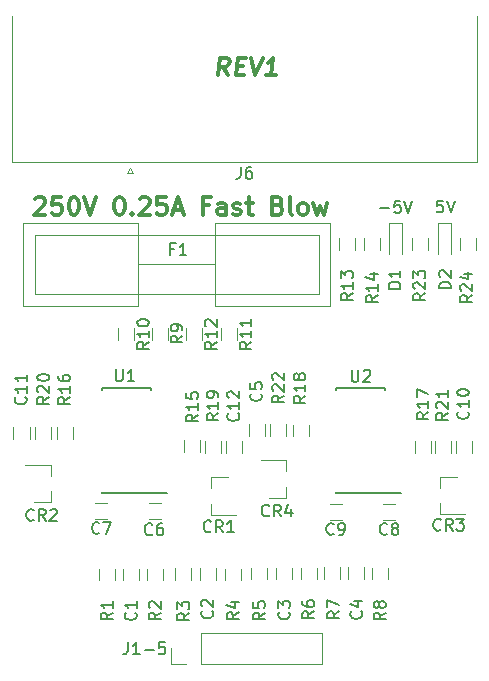
<source format=gbr>
G04 #@! TF.GenerationSoftware,KiCad,Pcbnew,(5.1.4)-1*
G04 #@! TF.CreationDate,2021-07-27T11:29:55-04:00*
G04 #@! TF.ProjectId,9000 Clock Module,39303030-2043-46c6-9f63-6b204d6f6475,rev?*
G04 #@! TF.SameCoordinates,Original*
G04 #@! TF.FileFunction,Legend,Top*
G04 #@! TF.FilePolarity,Positive*
%FSLAX46Y46*%
G04 Gerber Fmt 4.6, Leading zero omitted, Abs format (unit mm)*
G04 Created by KiCad (PCBNEW (5.1.4)-1) date 2021-07-27 11:29:55*
%MOMM*%
%LPD*%
G04 APERTURE LIST*
%ADD10C,0.300000*%
%ADD11C,0.200000*%
%ADD12C,0.120000*%
%ADD13C,0.150000*%
G04 APERTURE END LIST*
D10*
X109282500Y-37238571D02*
X108871785Y-36524285D01*
X108425357Y-37238571D02*
X108612857Y-35738571D01*
X109184285Y-35738571D01*
X109318214Y-35810000D01*
X109380714Y-35881428D01*
X109434285Y-36024285D01*
X109407500Y-36238571D01*
X109318214Y-36381428D01*
X109237857Y-36452857D01*
X109086071Y-36524285D01*
X108514642Y-36524285D01*
X110023571Y-36452857D02*
X110523571Y-36452857D01*
X110639642Y-37238571D02*
X109925357Y-37238571D01*
X110112857Y-35738571D01*
X110827142Y-35738571D01*
X111255714Y-35738571D02*
X111568214Y-37238571D01*
X112255714Y-35738571D01*
X113353928Y-37238571D02*
X112496785Y-37238571D01*
X112925357Y-37238571D02*
X113112857Y-35738571D01*
X112943214Y-35952857D01*
X112782500Y-36095714D01*
X112630714Y-36167142D01*
X92948571Y-47671428D02*
X93019999Y-47600000D01*
X93162857Y-47528571D01*
X93519999Y-47528571D01*
X93662857Y-47600000D01*
X93734285Y-47671428D01*
X93805714Y-47814285D01*
X93805714Y-47957142D01*
X93734285Y-48171428D01*
X92877142Y-49028571D01*
X93805714Y-49028571D01*
X95162857Y-47528571D02*
X94448571Y-47528571D01*
X94377142Y-48242857D01*
X94448571Y-48171428D01*
X94591428Y-48100000D01*
X94948571Y-48100000D01*
X95091428Y-48171428D01*
X95162857Y-48242857D01*
X95234285Y-48385714D01*
X95234285Y-48742857D01*
X95162857Y-48885714D01*
X95091428Y-48957142D01*
X94948571Y-49028571D01*
X94591428Y-49028571D01*
X94448571Y-48957142D01*
X94377142Y-48885714D01*
X96162857Y-47528571D02*
X96305714Y-47528571D01*
X96448571Y-47600000D01*
X96519999Y-47671428D01*
X96591428Y-47814285D01*
X96662857Y-48100000D01*
X96662857Y-48457142D01*
X96591428Y-48742857D01*
X96519999Y-48885714D01*
X96448571Y-48957142D01*
X96305714Y-49028571D01*
X96162857Y-49028571D01*
X96019999Y-48957142D01*
X95948571Y-48885714D01*
X95877142Y-48742857D01*
X95805714Y-48457142D01*
X95805714Y-48100000D01*
X95877142Y-47814285D01*
X95948571Y-47671428D01*
X96019999Y-47600000D01*
X96162857Y-47528571D01*
X97091428Y-47528571D02*
X97591428Y-49028571D01*
X98091428Y-47528571D01*
X100019999Y-47528571D02*
X100162857Y-47528571D01*
X100305714Y-47600000D01*
X100377142Y-47671428D01*
X100448571Y-47814285D01*
X100519999Y-48100000D01*
X100519999Y-48457142D01*
X100448571Y-48742857D01*
X100377142Y-48885714D01*
X100305714Y-48957142D01*
X100162857Y-49028571D01*
X100019999Y-49028571D01*
X99877142Y-48957142D01*
X99805714Y-48885714D01*
X99734285Y-48742857D01*
X99662857Y-48457142D01*
X99662857Y-48100000D01*
X99734285Y-47814285D01*
X99805714Y-47671428D01*
X99877142Y-47600000D01*
X100019999Y-47528571D01*
X101162857Y-48885714D02*
X101234285Y-48957142D01*
X101162857Y-49028571D01*
X101091428Y-48957142D01*
X101162857Y-48885714D01*
X101162857Y-49028571D01*
X101805714Y-47671428D02*
X101877142Y-47600000D01*
X102019999Y-47528571D01*
X102377142Y-47528571D01*
X102519999Y-47600000D01*
X102591428Y-47671428D01*
X102662857Y-47814285D01*
X102662857Y-47957142D01*
X102591428Y-48171428D01*
X101734285Y-49028571D01*
X102662857Y-49028571D01*
X104019999Y-47528571D02*
X103305714Y-47528571D01*
X103234285Y-48242857D01*
X103305714Y-48171428D01*
X103448571Y-48100000D01*
X103805714Y-48100000D01*
X103948571Y-48171428D01*
X104019999Y-48242857D01*
X104091428Y-48385714D01*
X104091428Y-48742857D01*
X104019999Y-48885714D01*
X103948571Y-48957142D01*
X103805714Y-49028571D01*
X103448571Y-49028571D01*
X103305714Y-48957142D01*
X103234285Y-48885714D01*
X104662857Y-48600000D02*
X105377142Y-48600000D01*
X104520000Y-49028571D02*
X105020000Y-47528571D01*
X105520000Y-49028571D01*
X107662857Y-48242857D02*
X107162857Y-48242857D01*
X107162857Y-49028571D02*
X107162857Y-47528571D01*
X107877142Y-47528571D01*
X109091428Y-49028571D02*
X109091428Y-48242857D01*
X109019999Y-48100000D01*
X108877142Y-48028571D01*
X108591428Y-48028571D01*
X108448571Y-48100000D01*
X109091428Y-48957142D02*
X108948571Y-49028571D01*
X108591428Y-49028571D01*
X108448571Y-48957142D01*
X108377142Y-48814285D01*
X108377142Y-48671428D01*
X108448571Y-48528571D01*
X108591428Y-48457142D01*
X108948571Y-48457142D01*
X109091428Y-48385714D01*
X109734285Y-48957142D02*
X109877142Y-49028571D01*
X110162857Y-49028571D01*
X110305714Y-48957142D01*
X110377142Y-48814285D01*
X110377142Y-48742857D01*
X110305714Y-48600000D01*
X110162857Y-48528571D01*
X109948571Y-48528571D01*
X109805714Y-48457142D01*
X109734285Y-48314285D01*
X109734285Y-48242857D01*
X109805714Y-48100000D01*
X109948571Y-48028571D01*
X110162857Y-48028571D01*
X110305714Y-48100000D01*
X110805714Y-48028571D02*
X111377142Y-48028571D01*
X111019999Y-47528571D02*
X111019999Y-48814285D01*
X111091428Y-48957142D01*
X111234285Y-49028571D01*
X111377142Y-49028571D01*
X113519999Y-48242857D02*
X113734285Y-48314285D01*
X113805714Y-48385714D01*
X113877142Y-48528571D01*
X113877142Y-48742857D01*
X113805714Y-48885714D01*
X113734285Y-48957142D01*
X113591428Y-49028571D01*
X113019999Y-49028571D01*
X113019999Y-47528571D01*
X113519999Y-47528571D01*
X113662857Y-47600000D01*
X113734285Y-47671428D01*
X113805714Y-47814285D01*
X113805714Y-47957142D01*
X113734285Y-48100000D01*
X113662857Y-48171428D01*
X113519999Y-48242857D01*
X113019999Y-48242857D01*
X114734285Y-49028571D02*
X114591428Y-48957142D01*
X114519999Y-48814285D01*
X114519999Y-47528571D01*
X115519999Y-49028571D02*
X115377142Y-48957142D01*
X115305714Y-48885714D01*
X115234285Y-48742857D01*
X115234285Y-48314285D01*
X115305714Y-48171428D01*
X115377142Y-48100000D01*
X115519999Y-48028571D01*
X115734285Y-48028571D01*
X115877142Y-48100000D01*
X115948571Y-48171428D01*
X116019999Y-48314285D01*
X116019999Y-48742857D01*
X115948571Y-48885714D01*
X115877142Y-48957142D01*
X115734285Y-49028571D01*
X115519999Y-49028571D01*
X116519999Y-48028571D02*
X116805714Y-49028571D01*
X117091428Y-48314285D01*
X117377142Y-49028571D01*
X117662857Y-48028571D01*
D11*
X127459523Y-47842380D02*
X126983333Y-47842380D01*
X126935714Y-48318571D01*
X126983333Y-48270952D01*
X127078571Y-48223333D01*
X127316666Y-48223333D01*
X127411904Y-48270952D01*
X127459523Y-48318571D01*
X127507142Y-48413809D01*
X127507142Y-48651904D01*
X127459523Y-48747142D01*
X127411904Y-48794761D01*
X127316666Y-48842380D01*
X127078571Y-48842380D01*
X126983333Y-48794761D01*
X126935714Y-48747142D01*
X127792857Y-47842380D02*
X128126190Y-48842380D01*
X128459523Y-47842380D01*
X122154285Y-48491428D02*
X122916190Y-48491428D01*
X123868571Y-47872380D02*
X123392380Y-47872380D01*
X123344761Y-48348571D01*
X123392380Y-48300952D01*
X123487619Y-48253333D01*
X123725714Y-48253333D01*
X123820952Y-48300952D01*
X123868571Y-48348571D01*
X123916190Y-48443809D01*
X123916190Y-48681904D01*
X123868571Y-48777142D01*
X123820952Y-48824761D01*
X123725714Y-48872380D01*
X123487619Y-48872380D01*
X123392380Y-48824761D01*
X123344761Y-48777142D01*
X124201904Y-47872380D02*
X124535238Y-48872380D01*
X124868571Y-47872380D01*
D12*
X101772000Y-79002000D02*
X101772000Y-80002000D01*
X100412000Y-80002000D02*
X100412000Y-79002000D01*
X106886000Y-79954000D02*
X106886000Y-78954000D01*
X108246000Y-78954000D02*
X108246000Y-79954000D01*
X114698000Y-78914000D02*
X114698000Y-79914000D01*
X113338000Y-79914000D02*
X113338000Y-78914000D01*
X120784000Y-78894000D02*
X120784000Y-79894000D01*
X119424000Y-79894000D02*
X119424000Y-78894000D01*
X112420000Y-66790000D02*
X112420000Y-67790000D01*
X111060000Y-67790000D02*
X111060000Y-66790000D01*
X102570000Y-73470000D02*
X103570000Y-73470000D01*
X103570000Y-74830000D02*
X102570000Y-74830000D01*
X98050000Y-73470000D02*
X99050000Y-73470000D01*
X99050000Y-74830000D02*
X98050000Y-74830000D01*
X123430000Y-74920000D02*
X122430000Y-74920000D01*
X122430000Y-73560000D02*
X123430000Y-73560000D01*
X118900000Y-74910000D02*
X117900000Y-74910000D01*
X117900000Y-73550000D02*
X118900000Y-73550000D01*
X129970000Y-68170000D02*
X129970000Y-69170000D01*
X128610000Y-69170000D02*
X128610000Y-68170000D01*
X91120000Y-68010000D02*
X91120000Y-67010000D01*
X92480000Y-67010000D02*
X92480000Y-68010000D01*
X110480000Y-68180000D02*
X110480000Y-69180000D01*
X109120000Y-69180000D02*
X109120000Y-68180000D01*
X107820000Y-71260000D02*
X107820000Y-72190000D01*
X107820000Y-74420000D02*
X107820000Y-73490000D01*
X107820000Y-74420000D02*
X109980000Y-74420000D01*
X107820000Y-71260000D02*
X109280000Y-71260000D01*
X94290000Y-73360000D02*
X92830000Y-73360000D01*
X94290000Y-70200000D02*
X92130000Y-70200000D01*
X94290000Y-70200000D02*
X94290000Y-71130000D01*
X94290000Y-73360000D02*
X94290000Y-72430000D01*
X127200000Y-71250000D02*
X127200000Y-72180000D01*
X127200000Y-74410000D02*
X127200000Y-73480000D01*
X127200000Y-74410000D02*
X129360000Y-74410000D01*
X127200000Y-71250000D02*
X128660000Y-71250000D01*
X114220000Y-72990000D02*
X112760000Y-72990000D01*
X114220000Y-69830000D02*
X112060000Y-69830000D01*
X114220000Y-69830000D02*
X114220000Y-70760000D01*
X114220000Y-72990000D02*
X114220000Y-72060000D01*
X124010000Y-49720000D02*
X122910000Y-49720000D01*
X122910000Y-49720000D02*
X122910000Y-52320000D01*
X124010000Y-49720000D02*
X124010000Y-52320000D01*
X128200000Y-49730000D02*
X128200000Y-52330000D01*
X127100000Y-49730000D02*
X127100000Y-52330000D01*
X128200000Y-49730000D02*
X127100000Y-49730000D01*
X108200000Y-56730000D02*
X108200000Y-49730000D01*
X108200000Y-49730000D02*
X117950000Y-49730000D01*
X117950000Y-56730000D02*
X117950000Y-49730000D01*
X108200000Y-56730000D02*
X117950000Y-56730000D01*
X116950000Y-55730000D02*
X116950000Y-50730000D01*
X91950000Y-49730000D02*
X92950000Y-49730000D01*
X91950000Y-56730000D02*
X91950000Y-49730000D01*
X91950000Y-56730000D02*
X92950000Y-56730000D01*
X92950000Y-55730000D02*
X92950000Y-50730000D01*
X92950000Y-55730000D02*
X103700000Y-55730000D01*
X92950000Y-50730000D02*
X103450000Y-50730000D01*
X103700000Y-55730000D02*
X115450000Y-55730000D01*
X103450000Y-50730000D02*
X115700000Y-50730000D01*
X115450000Y-55730000D02*
X116950000Y-55730000D01*
X115700000Y-50730000D02*
X116950000Y-50730000D01*
X92950000Y-56730000D02*
X101700000Y-56730000D01*
X92950000Y-49730000D02*
X101700000Y-49730000D01*
X101700000Y-56730000D02*
X101700000Y-49730000D01*
X101700000Y-53230000D02*
X108200000Y-53230000D01*
X104420000Y-87080000D02*
X104420000Y-85750000D01*
X105750000Y-87080000D02*
X104420000Y-87080000D01*
X107020000Y-87080000D02*
X107020000Y-84420000D01*
X107020000Y-84420000D02*
X117240000Y-84420000D01*
X107020000Y-87080000D02*
X117240000Y-87080000D01*
X117240000Y-87080000D02*
X117240000Y-84420000D01*
X98380000Y-80002000D02*
X98380000Y-79002000D01*
X99740000Y-79002000D02*
X99740000Y-80002000D01*
X103804000Y-79002000D02*
X103804000Y-80002000D01*
X102444000Y-80002000D02*
X102444000Y-79002000D01*
X106116000Y-78954000D02*
X106116000Y-79954000D01*
X104756000Y-79954000D02*
X104756000Y-78954000D01*
X109048000Y-80002000D02*
X109048000Y-79002000D01*
X110408000Y-79002000D02*
X110408000Y-80002000D01*
X111228000Y-79914000D02*
X111228000Y-78914000D01*
X112588000Y-78914000D02*
X112588000Y-79914000D01*
X116798000Y-78914000D02*
X116798000Y-79914000D01*
X115438000Y-79914000D02*
X115438000Y-78914000D01*
X117444000Y-79894000D02*
X117444000Y-78894000D01*
X118804000Y-78894000D02*
X118804000Y-79894000D01*
X121484000Y-79914000D02*
X121484000Y-78914000D01*
X122844000Y-78914000D02*
X122844000Y-79914000D01*
X104200000Y-58610000D02*
X104200000Y-59610000D01*
X102840000Y-59610000D02*
X102840000Y-58610000D01*
X100000000Y-59660000D02*
X100000000Y-58660000D01*
X101360000Y-58660000D02*
X101360000Y-59660000D01*
X110040000Y-58660000D02*
X110040000Y-59660000D01*
X108680000Y-59660000D02*
X108680000Y-58660000D01*
X105740000Y-59660000D02*
X105740000Y-58660000D01*
X107100000Y-58660000D02*
X107100000Y-59660000D01*
X118680000Y-51990000D02*
X118680000Y-50990000D01*
X120040000Y-50990000D02*
X120040000Y-51990000D01*
X122120000Y-51020000D02*
X122120000Y-52020000D01*
X120760000Y-52020000D02*
X120760000Y-51020000D01*
X106900000Y-68150000D02*
X106900000Y-69150000D01*
X105540000Y-69150000D02*
X105540000Y-68150000D01*
X94810000Y-67990000D02*
X94810000Y-66990000D01*
X96170000Y-66990000D02*
X96170000Y-67990000D01*
X126470000Y-68170000D02*
X126470000Y-69170000D01*
X125110000Y-69170000D02*
X125110000Y-68170000D01*
X114750000Y-67800000D02*
X114750000Y-66800000D01*
X116110000Y-66800000D02*
X116110000Y-67800000D01*
X108690000Y-68180000D02*
X108690000Y-69180000D01*
X107330000Y-69180000D02*
X107330000Y-68180000D01*
X92950000Y-68010000D02*
X92950000Y-67010000D01*
X94310000Y-67010000D02*
X94310000Y-68010000D01*
X128190000Y-68220000D02*
X128190000Y-69220000D01*
X126830000Y-69220000D02*
X126830000Y-68220000D01*
X114230000Y-66790000D02*
X114230000Y-67790000D01*
X112870000Y-67790000D02*
X112870000Y-66790000D01*
X124890000Y-52020000D02*
X124890000Y-51020000D01*
X126250000Y-51020000D02*
X126250000Y-52020000D01*
X128890000Y-51990000D02*
X128890000Y-50990000D01*
X130250000Y-50990000D02*
X130250000Y-51990000D01*
D13*
X102745000Y-72595000D02*
X104120000Y-72595000D01*
X102745000Y-63720000D02*
X98595000Y-63720000D01*
X102745000Y-72620000D02*
X98595000Y-72620000D01*
X102745000Y-63720000D02*
X102745000Y-63835000D01*
X98595000Y-63720000D02*
X98595000Y-63835000D01*
X98595000Y-72620000D02*
X98595000Y-72505000D01*
X102745000Y-72620000D02*
X102745000Y-72595000D01*
X122585000Y-72630000D02*
X122585000Y-72605000D01*
X118435000Y-72630000D02*
X118435000Y-72515000D01*
X118435000Y-63730000D02*
X118435000Y-63845000D01*
X122585000Y-63730000D02*
X122585000Y-63845000D01*
X122585000Y-72630000D02*
X118435000Y-72630000D01*
X122585000Y-63730000D02*
X118435000Y-63730000D01*
X122585000Y-72605000D02*
X123960000Y-72605000D01*
D12*
X130345000Y-32250000D02*
X130345000Y-44590000D01*
X130345000Y-44590000D02*
X91025000Y-44590000D01*
X91025000Y-44590000D02*
X91025000Y-32250000D01*
X101240000Y-45484338D02*
X100740000Y-45484338D01*
X100740000Y-45484338D02*
X100990000Y-45051325D01*
X100990000Y-45051325D02*
X101240000Y-45484338D01*
D13*
X101449142Y-82716666D02*
X101496761Y-82764285D01*
X101544380Y-82907142D01*
X101544380Y-83002380D01*
X101496761Y-83145238D01*
X101401523Y-83240476D01*
X101306285Y-83288095D01*
X101115809Y-83335714D01*
X100972952Y-83335714D01*
X100782476Y-83288095D01*
X100687238Y-83240476D01*
X100592000Y-83145238D01*
X100544380Y-83002380D01*
X100544380Y-82907142D01*
X100592000Y-82764285D01*
X100639619Y-82716666D01*
X101544380Y-81764285D02*
X101544380Y-82335714D01*
X101544380Y-82050000D02*
X100544380Y-82050000D01*
X100687238Y-82145238D01*
X100782476Y-82240476D01*
X100830095Y-82335714D01*
X107923142Y-82570666D02*
X107970761Y-82618285D01*
X108018380Y-82761142D01*
X108018380Y-82856380D01*
X107970761Y-82999238D01*
X107875523Y-83094476D01*
X107780285Y-83142095D01*
X107589809Y-83189714D01*
X107446952Y-83189714D01*
X107256476Y-83142095D01*
X107161238Y-83094476D01*
X107066000Y-82999238D01*
X107018380Y-82856380D01*
X107018380Y-82761142D01*
X107066000Y-82618285D01*
X107113619Y-82570666D01*
X107113619Y-82189714D02*
X107066000Y-82142095D01*
X107018380Y-82046857D01*
X107018380Y-81808761D01*
X107066000Y-81713523D01*
X107113619Y-81665904D01*
X107208857Y-81618285D01*
X107304095Y-81618285D01*
X107446952Y-81665904D01*
X108018380Y-82237333D01*
X108018380Y-81618285D01*
X114425142Y-82680666D02*
X114472761Y-82728285D01*
X114520380Y-82871142D01*
X114520380Y-82966380D01*
X114472761Y-83109238D01*
X114377523Y-83204476D01*
X114282285Y-83252095D01*
X114091809Y-83299714D01*
X113948952Y-83299714D01*
X113758476Y-83252095D01*
X113663238Y-83204476D01*
X113568000Y-83109238D01*
X113520380Y-82966380D01*
X113520380Y-82871142D01*
X113568000Y-82728285D01*
X113615619Y-82680666D01*
X113520380Y-82347333D02*
X113520380Y-81728285D01*
X113901333Y-82061619D01*
X113901333Y-81918761D01*
X113948952Y-81823523D01*
X113996571Y-81775904D01*
X114091809Y-81728285D01*
X114329904Y-81728285D01*
X114425142Y-81775904D01*
X114472761Y-81823523D01*
X114520380Y-81918761D01*
X114520380Y-82204476D01*
X114472761Y-82299714D01*
X114425142Y-82347333D01*
X120541142Y-82620666D02*
X120588761Y-82668285D01*
X120636380Y-82811142D01*
X120636380Y-82906380D01*
X120588761Y-83049238D01*
X120493523Y-83144476D01*
X120398285Y-83192095D01*
X120207809Y-83239714D01*
X120064952Y-83239714D01*
X119874476Y-83192095D01*
X119779238Y-83144476D01*
X119684000Y-83049238D01*
X119636380Y-82906380D01*
X119636380Y-82811142D01*
X119684000Y-82668285D01*
X119731619Y-82620666D01*
X119969714Y-81763523D02*
X120636380Y-81763523D01*
X119588761Y-82001619D02*
X120303047Y-82239714D01*
X120303047Y-81620666D01*
X112057142Y-64186666D02*
X112104761Y-64234285D01*
X112152380Y-64377142D01*
X112152380Y-64472380D01*
X112104761Y-64615238D01*
X112009523Y-64710476D01*
X111914285Y-64758095D01*
X111723809Y-64805714D01*
X111580952Y-64805714D01*
X111390476Y-64758095D01*
X111295238Y-64710476D01*
X111200000Y-64615238D01*
X111152380Y-64472380D01*
X111152380Y-64377142D01*
X111200000Y-64234285D01*
X111247619Y-64186666D01*
X111152380Y-63281904D02*
X111152380Y-63758095D01*
X111628571Y-63805714D01*
X111580952Y-63758095D01*
X111533333Y-63662857D01*
X111533333Y-63424761D01*
X111580952Y-63329523D01*
X111628571Y-63281904D01*
X111723809Y-63234285D01*
X111961904Y-63234285D01*
X112057142Y-63281904D01*
X112104761Y-63329523D01*
X112152380Y-63424761D01*
X112152380Y-63662857D01*
X112104761Y-63758095D01*
X112057142Y-63805714D01*
X102853333Y-76077142D02*
X102805714Y-76124761D01*
X102662857Y-76172380D01*
X102567619Y-76172380D01*
X102424761Y-76124761D01*
X102329523Y-76029523D01*
X102281904Y-75934285D01*
X102234285Y-75743809D01*
X102234285Y-75600952D01*
X102281904Y-75410476D01*
X102329523Y-75315238D01*
X102424761Y-75220000D01*
X102567619Y-75172380D01*
X102662857Y-75172380D01*
X102805714Y-75220000D01*
X102853333Y-75267619D01*
X103710476Y-75172380D02*
X103520000Y-75172380D01*
X103424761Y-75220000D01*
X103377142Y-75267619D01*
X103281904Y-75410476D01*
X103234285Y-75600952D01*
X103234285Y-75981904D01*
X103281904Y-76077142D01*
X103329523Y-76124761D01*
X103424761Y-76172380D01*
X103615238Y-76172380D01*
X103710476Y-76124761D01*
X103758095Y-76077142D01*
X103805714Y-75981904D01*
X103805714Y-75743809D01*
X103758095Y-75648571D01*
X103710476Y-75600952D01*
X103615238Y-75553333D01*
X103424761Y-75553333D01*
X103329523Y-75600952D01*
X103281904Y-75648571D01*
X103234285Y-75743809D01*
X98383333Y-75957142D02*
X98335714Y-76004761D01*
X98192857Y-76052380D01*
X98097619Y-76052380D01*
X97954761Y-76004761D01*
X97859523Y-75909523D01*
X97811904Y-75814285D01*
X97764285Y-75623809D01*
X97764285Y-75480952D01*
X97811904Y-75290476D01*
X97859523Y-75195238D01*
X97954761Y-75100000D01*
X98097619Y-75052380D01*
X98192857Y-75052380D01*
X98335714Y-75100000D01*
X98383333Y-75147619D01*
X98716666Y-75052380D02*
X99383333Y-75052380D01*
X98954761Y-76052380D01*
X122753333Y-76057142D02*
X122705714Y-76104761D01*
X122562857Y-76152380D01*
X122467619Y-76152380D01*
X122324761Y-76104761D01*
X122229523Y-76009523D01*
X122181904Y-75914285D01*
X122134285Y-75723809D01*
X122134285Y-75580952D01*
X122181904Y-75390476D01*
X122229523Y-75295238D01*
X122324761Y-75200000D01*
X122467619Y-75152380D01*
X122562857Y-75152380D01*
X122705714Y-75200000D01*
X122753333Y-75247619D01*
X123324761Y-75580952D02*
X123229523Y-75533333D01*
X123181904Y-75485714D01*
X123134285Y-75390476D01*
X123134285Y-75342857D01*
X123181904Y-75247619D01*
X123229523Y-75200000D01*
X123324761Y-75152380D01*
X123515238Y-75152380D01*
X123610476Y-75200000D01*
X123658095Y-75247619D01*
X123705714Y-75342857D01*
X123705714Y-75390476D01*
X123658095Y-75485714D01*
X123610476Y-75533333D01*
X123515238Y-75580952D01*
X123324761Y-75580952D01*
X123229523Y-75628571D01*
X123181904Y-75676190D01*
X123134285Y-75771428D01*
X123134285Y-75961904D01*
X123181904Y-76057142D01*
X123229523Y-76104761D01*
X123324761Y-76152380D01*
X123515238Y-76152380D01*
X123610476Y-76104761D01*
X123658095Y-76057142D01*
X123705714Y-75961904D01*
X123705714Y-75771428D01*
X123658095Y-75676190D01*
X123610476Y-75628571D01*
X123515238Y-75580952D01*
X118233333Y-76037142D02*
X118185714Y-76084761D01*
X118042857Y-76132380D01*
X117947619Y-76132380D01*
X117804761Y-76084761D01*
X117709523Y-75989523D01*
X117661904Y-75894285D01*
X117614285Y-75703809D01*
X117614285Y-75560952D01*
X117661904Y-75370476D01*
X117709523Y-75275238D01*
X117804761Y-75180000D01*
X117947619Y-75132380D01*
X118042857Y-75132380D01*
X118185714Y-75180000D01*
X118233333Y-75227619D01*
X118709523Y-76132380D02*
X118900000Y-76132380D01*
X118995238Y-76084761D01*
X119042857Y-76037142D01*
X119138095Y-75894285D01*
X119185714Y-75703809D01*
X119185714Y-75322857D01*
X119138095Y-75227619D01*
X119090476Y-75180000D01*
X118995238Y-75132380D01*
X118804761Y-75132380D01*
X118709523Y-75180000D01*
X118661904Y-75227619D01*
X118614285Y-75322857D01*
X118614285Y-75560952D01*
X118661904Y-75656190D01*
X118709523Y-75703809D01*
X118804761Y-75751428D01*
X118995238Y-75751428D01*
X119090476Y-75703809D01*
X119138095Y-75656190D01*
X119185714Y-75560952D01*
X129587142Y-65712857D02*
X129634761Y-65760476D01*
X129682380Y-65903333D01*
X129682380Y-65998571D01*
X129634761Y-66141428D01*
X129539523Y-66236666D01*
X129444285Y-66284285D01*
X129253809Y-66331904D01*
X129110952Y-66331904D01*
X128920476Y-66284285D01*
X128825238Y-66236666D01*
X128730000Y-66141428D01*
X128682380Y-65998571D01*
X128682380Y-65903333D01*
X128730000Y-65760476D01*
X128777619Y-65712857D01*
X129682380Y-64760476D02*
X129682380Y-65331904D01*
X129682380Y-65046190D02*
X128682380Y-65046190D01*
X128825238Y-65141428D01*
X128920476Y-65236666D01*
X128968095Y-65331904D01*
X128682380Y-64141428D02*
X128682380Y-64046190D01*
X128730000Y-63950952D01*
X128777619Y-63903333D01*
X128872857Y-63855714D01*
X129063333Y-63808095D01*
X129301428Y-63808095D01*
X129491904Y-63855714D01*
X129587142Y-63903333D01*
X129634761Y-63950952D01*
X129682380Y-64046190D01*
X129682380Y-64141428D01*
X129634761Y-64236666D01*
X129587142Y-64284285D01*
X129491904Y-64331904D01*
X129301428Y-64379523D01*
X129063333Y-64379523D01*
X128872857Y-64331904D01*
X128777619Y-64284285D01*
X128730000Y-64236666D01*
X128682380Y-64141428D01*
X92127142Y-64472857D02*
X92174761Y-64520476D01*
X92222380Y-64663333D01*
X92222380Y-64758571D01*
X92174761Y-64901428D01*
X92079523Y-64996666D01*
X91984285Y-65044285D01*
X91793809Y-65091904D01*
X91650952Y-65091904D01*
X91460476Y-65044285D01*
X91365238Y-64996666D01*
X91270000Y-64901428D01*
X91222380Y-64758571D01*
X91222380Y-64663333D01*
X91270000Y-64520476D01*
X91317619Y-64472857D01*
X92222380Y-63520476D02*
X92222380Y-64091904D01*
X92222380Y-63806190D02*
X91222380Y-63806190D01*
X91365238Y-63901428D01*
X91460476Y-63996666D01*
X91508095Y-64091904D01*
X92222380Y-62568095D02*
X92222380Y-63139523D01*
X92222380Y-62853809D02*
X91222380Y-62853809D01*
X91365238Y-62949047D01*
X91460476Y-63044285D01*
X91508095Y-63139523D01*
X110137142Y-65862857D02*
X110184761Y-65910476D01*
X110232380Y-66053333D01*
X110232380Y-66148571D01*
X110184761Y-66291428D01*
X110089523Y-66386666D01*
X109994285Y-66434285D01*
X109803809Y-66481904D01*
X109660952Y-66481904D01*
X109470476Y-66434285D01*
X109375238Y-66386666D01*
X109280000Y-66291428D01*
X109232380Y-66148571D01*
X109232380Y-66053333D01*
X109280000Y-65910476D01*
X109327619Y-65862857D01*
X110232380Y-64910476D02*
X110232380Y-65481904D01*
X110232380Y-65196190D02*
X109232380Y-65196190D01*
X109375238Y-65291428D01*
X109470476Y-65386666D01*
X109518095Y-65481904D01*
X109327619Y-64529523D02*
X109280000Y-64481904D01*
X109232380Y-64386666D01*
X109232380Y-64148571D01*
X109280000Y-64053333D01*
X109327619Y-64005714D01*
X109422857Y-63958095D01*
X109518095Y-63958095D01*
X109660952Y-64005714D01*
X110232380Y-64577142D01*
X110232380Y-63958095D01*
X107833333Y-75827142D02*
X107785714Y-75874761D01*
X107642857Y-75922380D01*
X107547619Y-75922380D01*
X107404761Y-75874761D01*
X107309523Y-75779523D01*
X107261904Y-75684285D01*
X107214285Y-75493809D01*
X107214285Y-75350952D01*
X107261904Y-75160476D01*
X107309523Y-75065238D01*
X107404761Y-74970000D01*
X107547619Y-74922380D01*
X107642857Y-74922380D01*
X107785714Y-74970000D01*
X107833333Y-75017619D01*
X108833333Y-75922380D02*
X108500000Y-75446190D01*
X108261904Y-75922380D02*
X108261904Y-74922380D01*
X108642857Y-74922380D01*
X108738095Y-74970000D01*
X108785714Y-75017619D01*
X108833333Y-75112857D01*
X108833333Y-75255714D01*
X108785714Y-75350952D01*
X108738095Y-75398571D01*
X108642857Y-75446190D01*
X108261904Y-75446190D01*
X109785714Y-75922380D02*
X109214285Y-75922380D01*
X109500000Y-75922380D02*
X109500000Y-74922380D01*
X109404761Y-75065238D01*
X109309523Y-75160476D01*
X109214285Y-75208095D01*
X92833333Y-74867142D02*
X92785714Y-74914761D01*
X92642857Y-74962380D01*
X92547619Y-74962380D01*
X92404761Y-74914761D01*
X92309523Y-74819523D01*
X92261904Y-74724285D01*
X92214285Y-74533809D01*
X92214285Y-74390952D01*
X92261904Y-74200476D01*
X92309523Y-74105238D01*
X92404761Y-74010000D01*
X92547619Y-73962380D01*
X92642857Y-73962380D01*
X92785714Y-74010000D01*
X92833333Y-74057619D01*
X93833333Y-74962380D02*
X93500000Y-74486190D01*
X93261904Y-74962380D02*
X93261904Y-73962380D01*
X93642857Y-73962380D01*
X93738095Y-74010000D01*
X93785714Y-74057619D01*
X93833333Y-74152857D01*
X93833333Y-74295714D01*
X93785714Y-74390952D01*
X93738095Y-74438571D01*
X93642857Y-74486190D01*
X93261904Y-74486190D01*
X94214285Y-74057619D02*
X94261904Y-74010000D01*
X94357142Y-73962380D01*
X94595238Y-73962380D01*
X94690476Y-74010000D01*
X94738095Y-74057619D01*
X94785714Y-74152857D01*
X94785714Y-74248095D01*
X94738095Y-74390952D01*
X94166666Y-74962380D01*
X94785714Y-74962380D01*
X127293333Y-75687142D02*
X127245714Y-75734761D01*
X127102857Y-75782380D01*
X127007619Y-75782380D01*
X126864761Y-75734761D01*
X126769523Y-75639523D01*
X126721904Y-75544285D01*
X126674285Y-75353809D01*
X126674285Y-75210952D01*
X126721904Y-75020476D01*
X126769523Y-74925238D01*
X126864761Y-74830000D01*
X127007619Y-74782380D01*
X127102857Y-74782380D01*
X127245714Y-74830000D01*
X127293333Y-74877619D01*
X128293333Y-75782380D02*
X127960000Y-75306190D01*
X127721904Y-75782380D02*
X127721904Y-74782380D01*
X128102857Y-74782380D01*
X128198095Y-74830000D01*
X128245714Y-74877619D01*
X128293333Y-74972857D01*
X128293333Y-75115714D01*
X128245714Y-75210952D01*
X128198095Y-75258571D01*
X128102857Y-75306190D01*
X127721904Y-75306190D01*
X128626666Y-74782380D02*
X129245714Y-74782380D01*
X128912380Y-75163333D01*
X129055238Y-75163333D01*
X129150476Y-75210952D01*
X129198095Y-75258571D01*
X129245714Y-75353809D01*
X129245714Y-75591904D01*
X129198095Y-75687142D01*
X129150476Y-75734761D01*
X129055238Y-75782380D01*
X128769523Y-75782380D01*
X128674285Y-75734761D01*
X128626666Y-75687142D01*
X112763333Y-74487142D02*
X112715714Y-74534761D01*
X112572857Y-74582380D01*
X112477619Y-74582380D01*
X112334761Y-74534761D01*
X112239523Y-74439523D01*
X112191904Y-74344285D01*
X112144285Y-74153809D01*
X112144285Y-74010952D01*
X112191904Y-73820476D01*
X112239523Y-73725238D01*
X112334761Y-73630000D01*
X112477619Y-73582380D01*
X112572857Y-73582380D01*
X112715714Y-73630000D01*
X112763333Y-73677619D01*
X113763333Y-74582380D02*
X113430000Y-74106190D01*
X113191904Y-74582380D02*
X113191904Y-73582380D01*
X113572857Y-73582380D01*
X113668095Y-73630000D01*
X113715714Y-73677619D01*
X113763333Y-73772857D01*
X113763333Y-73915714D01*
X113715714Y-74010952D01*
X113668095Y-74058571D01*
X113572857Y-74106190D01*
X113191904Y-74106190D01*
X114620476Y-73915714D02*
X114620476Y-74582380D01*
X114382380Y-73534761D02*
X114144285Y-74249047D01*
X114763333Y-74249047D01*
X123882380Y-55288095D02*
X122882380Y-55288095D01*
X122882380Y-55050000D01*
X122930000Y-54907142D01*
X123025238Y-54811904D01*
X123120476Y-54764285D01*
X123310952Y-54716666D01*
X123453809Y-54716666D01*
X123644285Y-54764285D01*
X123739523Y-54811904D01*
X123834761Y-54907142D01*
X123882380Y-55050000D01*
X123882380Y-55288095D01*
X123882380Y-53764285D02*
X123882380Y-54335714D01*
X123882380Y-54050000D02*
X122882380Y-54050000D01*
X123025238Y-54145238D01*
X123120476Y-54240476D01*
X123168095Y-54335714D01*
X128162380Y-55268095D02*
X127162380Y-55268095D01*
X127162380Y-55030000D01*
X127210000Y-54887142D01*
X127305238Y-54791904D01*
X127400476Y-54744285D01*
X127590952Y-54696666D01*
X127733809Y-54696666D01*
X127924285Y-54744285D01*
X128019523Y-54791904D01*
X128114761Y-54887142D01*
X128162380Y-55030000D01*
X128162380Y-55268095D01*
X127257619Y-54315714D02*
X127210000Y-54268095D01*
X127162380Y-54172857D01*
X127162380Y-53934761D01*
X127210000Y-53839523D01*
X127257619Y-53791904D01*
X127352857Y-53744285D01*
X127448095Y-53744285D01*
X127590952Y-53791904D01*
X128162380Y-54363333D01*
X128162380Y-53744285D01*
X104716666Y-51928571D02*
X104383333Y-51928571D01*
X104383333Y-52452380D02*
X104383333Y-51452380D01*
X104859523Y-51452380D01*
X105764285Y-52452380D02*
X105192857Y-52452380D01*
X105478571Y-52452380D02*
X105478571Y-51452380D01*
X105383333Y-51595238D01*
X105288095Y-51690476D01*
X105192857Y-51738095D01*
X100789428Y-85234380D02*
X100789428Y-85948666D01*
X100741809Y-86091523D01*
X100646571Y-86186761D01*
X100503714Y-86234380D01*
X100408476Y-86234380D01*
X101789428Y-86234380D02*
X101218000Y-86234380D01*
X101503714Y-86234380D02*
X101503714Y-85234380D01*
X101408476Y-85377238D01*
X101313238Y-85472476D01*
X101218000Y-85520095D01*
X102218000Y-85853428D02*
X102979904Y-85853428D01*
X103932285Y-85234380D02*
X103456095Y-85234380D01*
X103408476Y-85710571D01*
X103456095Y-85662952D01*
X103551333Y-85615333D01*
X103789428Y-85615333D01*
X103884666Y-85662952D01*
X103932285Y-85710571D01*
X103979904Y-85805809D01*
X103979904Y-86043904D01*
X103932285Y-86139142D01*
X103884666Y-86186761D01*
X103789428Y-86234380D01*
X103551333Y-86234380D01*
X103456095Y-86186761D01*
X103408476Y-86139142D01*
X99512380Y-82716666D02*
X99036190Y-83050000D01*
X99512380Y-83288095D02*
X98512380Y-83288095D01*
X98512380Y-82907142D01*
X98560000Y-82811904D01*
X98607619Y-82764285D01*
X98702857Y-82716666D01*
X98845714Y-82716666D01*
X98940952Y-82764285D01*
X98988571Y-82811904D01*
X99036190Y-82907142D01*
X99036190Y-83288095D01*
X99512380Y-81764285D02*
X99512380Y-82335714D01*
X99512380Y-82050000D02*
X98512380Y-82050000D01*
X98655238Y-82145238D01*
X98750476Y-82240476D01*
X98798095Y-82335714D01*
X103576380Y-82716666D02*
X103100190Y-83050000D01*
X103576380Y-83288095D02*
X102576380Y-83288095D01*
X102576380Y-82907142D01*
X102624000Y-82811904D01*
X102671619Y-82764285D01*
X102766857Y-82716666D01*
X102909714Y-82716666D01*
X103004952Y-82764285D01*
X103052571Y-82811904D01*
X103100190Y-82907142D01*
X103100190Y-83288095D01*
X102671619Y-82335714D02*
X102624000Y-82288095D01*
X102576380Y-82192857D01*
X102576380Y-81954761D01*
X102624000Y-81859523D01*
X102671619Y-81811904D01*
X102766857Y-81764285D01*
X102862095Y-81764285D01*
X103004952Y-81811904D01*
X103576380Y-82383333D01*
X103576380Y-81764285D01*
X105998380Y-82770666D02*
X105522190Y-83104000D01*
X105998380Y-83342095D02*
X104998380Y-83342095D01*
X104998380Y-82961142D01*
X105046000Y-82865904D01*
X105093619Y-82818285D01*
X105188857Y-82770666D01*
X105331714Y-82770666D01*
X105426952Y-82818285D01*
X105474571Y-82865904D01*
X105522190Y-82961142D01*
X105522190Y-83342095D01*
X104998380Y-82437333D02*
X104998380Y-81818285D01*
X105379333Y-82151619D01*
X105379333Y-82008761D01*
X105426952Y-81913523D01*
X105474571Y-81865904D01*
X105569809Y-81818285D01*
X105807904Y-81818285D01*
X105903142Y-81865904D01*
X105950761Y-81913523D01*
X105998380Y-82008761D01*
X105998380Y-82294476D01*
X105950761Y-82389714D01*
X105903142Y-82437333D01*
X110180380Y-82708666D02*
X109704190Y-83042000D01*
X110180380Y-83280095D02*
X109180380Y-83280095D01*
X109180380Y-82899142D01*
X109228000Y-82803904D01*
X109275619Y-82756285D01*
X109370857Y-82708666D01*
X109513714Y-82708666D01*
X109608952Y-82756285D01*
X109656571Y-82803904D01*
X109704190Y-82899142D01*
X109704190Y-83280095D01*
X109513714Y-81851523D02*
X110180380Y-81851523D01*
X109132761Y-82089619D02*
X109847047Y-82327714D01*
X109847047Y-81708666D01*
X112410380Y-82720666D02*
X111934190Y-83054000D01*
X112410380Y-83292095D02*
X111410380Y-83292095D01*
X111410380Y-82911142D01*
X111458000Y-82815904D01*
X111505619Y-82768285D01*
X111600857Y-82720666D01*
X111743714Y-82720666D01*
X111838952Y-82768285D01*
X111886571Y-82815904D01*
X111934190Y-82911142D01*
X111934190Y-83292095D01*
X111410380Y-81815904D02*
X111410380Y-82292095D01*
X111886571Y-82339714D01*
X111838952Y-82292095D01*
X111791333Y-82196857D01*
X111791333Y-81958761D01*
X111838952Y-81863523D01*
X111886571Y-81815904D01*
X111981809Y-81768285D01*
X112219904Y-81768285D01*
X112315142Y-81815904D01*
X112362761Y-81863523D01*
X112410380Y-81958761D01*
X112410380Y-82196857D01*
X112362761Y-82292095D01*
X112315142Y-82339714D01*
X116570380Y-82620666D02*
X116094190Y-82954000D01*
X116570380Y-83192095D02*
X115570380Y-83192095D01*
X115570380Y-82811142D01*
X115618000Y-82715904D01*
X115665619Y-82668285D01*
X115760857Y-82620666D01*
X115903714Y-82620666D01*
X115998952Y-82668285D01*
X116046571Y-82715904D01*
X116094190Y-82811142D01*
X116094190Y-83192095D01*
X115570380Y-81763523D02*
X115570380Y-81954000D01*
X115618000Y-82049238D01*
X115665619Y-82096857D01*
X115808476Y-82192095D01*
X115998952Y-82239714D01*
X116379904Y-82239714D01*
X116475142Y-82192095D01*
X116522761Y-82144476D01*
X116570380Y-82049238D01*
X116570380Y-81858761D01*
X116522761Y-81763523D01*
X116475142Y-81715904D01*
X116379904Y-81668285D01*
X116141809Y-81668285D01*
X116046571Y-81715904D01*
X115998952Y-81763523D01*
X115951333Y-81858761D01*
X115951333Y-82049238D01*
X115998952Y-82144476D01*
X116046571Y-82192095D01*
X116141809Y-82239714D01*
X118706380Y-82620666D02*
X118230190Y-82954000D01*
X118706380Y-83192095D02*
X117706380Y-83192095D01*
X117706380Y-82811142D01*
X117754000Y-82715904D01*
X117801619Y-82668285D01*
X117896857Y-82620666D01*
X118039714Y-82620666D01*
X118134952Y-82668285D01*
X118182571Y-82715904D01*
X118230190Y-82811142D01*
X118230190Y-83192095D01*
X117706380Y-82287333D02*
X117706380Y-81620666D01*
X118706380Y-82049238D01*
X122626380Y-82716666D02*
X122150190Y-83050000D01*
X122626380Y-83288095D02*
X121626380Y-83288095D01*
X121626380Y-82907142D01*
X121674000Y-82811904D01*
X121721619Y-82764285D01*
X121816857Y-82716666D01*
X121959714Y-82716666D01*
X122054952Y-82764285D01*
X122102571Y-82811904D01*
X122150190Y-82907142D01*
X122150190Y-83288095D01*
X122054952Y-82145238D02*
X122007333Y-82240476D01*
X121959714Y-82288095D01*
X121864476Y-82335714D01*
X121816857Y-82335714D01*
X121721619Y-82288095D01*
X121674000Y-82240476D01*
X121626380Y-82145238D01*
X121626380Y-81954761D01*
X121674000Y-81859523D01*
X121721619Y-81811904D01*
X121816857Y-81764285D01*
X121864476Y-81764285D01*
X121959714Y-81811904D01*
X122007333Y-81859523D01*
X122054952Y-81954761D01*
X122054952Y-82145238D01*
X122102571Y-82240476D01*
X122150190Y-82288095D01*
X122245428Y-82335714D01*
X122435904Y-82335714D01*
X122531142Y-82288095D01*
X122578761Y-82240476D01*
X122626380Y-82145238D01*
X122626380Y-81954761D01*
X122578761Y-81859523D01*
X122531142Y-81811904D01*
X122435904Y-81764285D01*
X122245428Y-81764285D01*
X122150190Y-81811904D01*
X122102571Y-81859523D01*
X122054952Y-81954761D01*
X105422380Y-59276666D02*
X104946190Y-59610000D01*
X105422380Y-59848095D02*
X104422380Y-59848095D01*
X104422380Y-59467142D01*
X104470000Y-59371904D01*
X104517619Y-59324285D01*
X104612857Y-59276666D01*
X104755714Y-59276666D01*
X104850952Y-59324285D01*
X104898571Y-59371904D01*
X104946190Y-59467142D01*
X104946190Y-59848095D01*
X105422380Y-58800476D02*
X105422380Y-58610000D01*
X105374761Y-58514761D01*
X105327142Y-58467142D01*
X105184285Y-58371904D01*
X104993809Y-58324285D01*
X104612857Y-58324285D01*
X104517619Y-58371904D01*
X104470000Y-58419523D01*
X104422380Y-58514761D01*
X104422380Y-58705238D01*
X104470000Y-58800476D01*
X104517619Y-58848095D01*
X104612857Y-58895714D01*
X104850952Y-58895714D01*
X104946190Y-58848095D01*
X104993809Y-58800476D01*
X105041428Y-58705238D01*
X105041428Y-58514761D01*
X104993809Y-58419523D01*
X104946190Y-58371904D01*
X104850952Y-58324285D01*
X102582380Y-59802857D02*
X102106190Y-60136190D01*
X102582380Y-60374285D02*
X101582380Y-60374285D01*
X101582380Y-59993333D01*
X101630000Y-59898095D01*
X101677619Y-59850476D01*
X101772857Y-59802857D01*
X101915714Y-59802857D01*
X102010952Y-59850476D01*
X102058571Y-59898095D01*
X102106190Y-59993333D01*
X102106190Y-60374285D01*
X102582380Y-58850476D02*
X102582380Y-59421904D01*
X102582380Y-59136190D02*
X101582380Y-59136190D01*
X101725238Y-59231428D01*
X101820476Y-59326666D01*
X101868095Y-59421904D01*
X101582380Y-58231428D02*
X101582380Y-58136190D01*
X101630000Y-58040952D01*
X101677619Y-57993333D01*
X101772857Y-57945714D01*
X101963333Y-57898095D01*
X102201428Y-57898095D01*
X102391904Y-57945714D01*
X102487142Y-57993333D01*
X102534761Y-58040952D01*
X102582380Y-58136190D01*
X102582380Y-58231428D01*
X102534761Y-58326666D01*
X102487142Y-58374285D01*
X102391904Y-58421904D01*
X102201428Y-58469523D01*
X101963333Y-58469523D01*
X101772857Y-58421904D01*
X101677619Y-58374285D01*
X101630000Y-58326666D01*
X101582380Y-58231428D01*
X111262380Y-59802857D02*
X110786190Y-60136190D01*
X111262380Y-60374285D02*
X110262380Y-60374285D01*
X110262380Y-59993333D01*
X110310000Y-59898095D01*
X110357619Y-59850476D01*
X110452857Y-59802857D01*
X110595714Y-59802857D01*
X110690952Y-59850476D01*
X110738571Y-59898095D01*
X110786190Y-59993333D01*
X110786190Y-60374285D01*
X111262380Y-58850476D02*
X111262380Y-59421904D01*
X111262380Y-59136190D02*
X110262380Y-59136190D01*
X110405238Y-59231428D01*
X110500476Y-59326666D01*
X110548095Y-59421904D01*
X111262380Y-57898095D02*
X111262380Y-58469523D01*
X111262380Y-58183809D02*
X110262380Y-58183809D01*
X110405238Y-58279047D01*
X110500476Y-58374285D01*
X110548095Y-58469523D01*
X108322380Y-59802857D02*
X107846190Y-60136190D01*
X108322380Y-60374285D02*
X107322380Y-60374285D01*
X107322380Y-59993333D01*
X107370000Y-59898095D01*
X107417619Y-59850476D01*
X107512857Y-59802857D01*
X107655714Y-59802857D01*
X107750952Y-59850476D01*
X107798571Y-59898095D01*
X107846190Y-59993333D01*
X107846190Y-60374285D01*
X108322380Y-58850476D02*
X108322380Y-59421904D01*
X108322380Y-59136190D02*
X107322380Y-59136190D01*
X107465238Y-59231428D01*
X107560476Y-59326666D01*
X107608095Y-59421904D01*
X107417619Y-58469523D02*
X107370000Y-58421904D01*
X107322380Y-58326666D01*
X107322380Y-58088571D01*
X107370000Y-57993333D01*
X107417619Y-57945714D01*
X107512857Y-57898095D01*
X107608095Y-57898095D01*
X107750952Y-57945714D01*
X108322380Y-58517142D01*
X108322380Y-57898095D01*
X119842381Y-55697856D02*
X119366191Y-56031189D01*
X119842381Y-56269284D02*
X118842381Y-56269284D01*
X118842381Y-55888332D01*
X118890001Y-55793094D01*
X118937620Y-55745475D01*
X119032858Y-55697856D01*
X119175715Y-55697856D01*
X119270953Y-55745475D01*
X119318572Y-55793094D01*
X119366191Y-55888332D01*
X119366191Y-56269284D01*
X119842381Y-54745475D02*
X119842381Y-55316903D01*
X119842381Y-55031189D02*
X118842381Y-55031189D01*
X118985239Y-55126427D01*
X119080477Y-55221665D01*
X119128096Y-55316903D01*
X118842381Y-54412141D02*
X118842381Y-53793094D01*
X119223334Y-54126427D01*
X119223334Y-53983570D01*
X119270953Y-53888332D01*
X119318572Y-53840713D01*
X119413810Y-53793094D01*
X119651905Y-53793094D01*
X119747143Y-53840713D01*
X119794762Y-53888332D01*
X119842381Y-53983570D01*
X119842381Y-54269284D01*
X119794762Y-54364522D01*
X119747143Y-54412141D01*
X121942380Y-55872857D02*
X121466190Y-56206190D01*
X121942380Y-56444285D02*
X120942380Y-56444285D01*
X120942380Y-56063333D01*
X120990000Y-55968095D01*
X121037619Y-55920476D01*
X121132857Y-55872857D01*
X121275714Y-55872857D01*
X121370952Y-55920476D01*
X121418571Y-55968095D01*
X121466190Y-56063333D01*
X121466190Y-56444285D01*
X121942380Y-54920476D02*
X121942380Y-55491904D01*
X121942380Y-55206190D02*
X120942380Y-55206190D01*
X121085238Y-55301428D01*
X121180476Y-55396666D01*
X121228095Y-55491904D01*
X121275714Y-54063333D02*
X121942380Y-54063333D01*
X120894761Y-54301428D02*
X121609047Y-54539523D01*
X121609047Y-53920476D01*
X106732380Y-65962857D02*
X106256190Y-66296190D01*
X106732380Y-66534285D02*
X105732380Y-66534285D01*
X105732380Y-66153333D01*
X105780000Y-66058095D01*
X105827619Y-66010476D01*
X105922857Y-65962857D01*
X106065714Y-65962857D01*
X106160952Y-66010476D01*
X106208571Y-66058095D01*
X106256190Y-66153333D01*
X106256190Y-66534285D01*
X106732380Y-65010476D02*
X106732380Y-65581904D01*
X106732380Y-65296190D02*
X105732380Y-65296190D01*
X105875238Y-65391428D01*
X105970476Y-65486666D01*
X106018095Y-65581904D01*
X105732380Y-64105714D02*
X105732380Y-64581904D01*
X106208571Y-64629523D01*
X106160952Y-64581904D01*
X106113333Y-64486666D01*
X106113333Y-64248571D01*
X106160952Y-64153333D01*
X106208571Y-64105714D01*
X106303809Y-64058095D01*
X106541904Y-64058095D01*
X106637142Y-64105714D01*
X106684761Y-64153333D01*
X106732380Y-64248571D01*
X106732380Y-64486666D01*
X106684761Y-64581904D01*
X106637142Y-64629523D01*
X95902380Y-64472857D02*
X95426190Y-64806190D01*
X95902380Y-65044285D02*
X94902380Y-65044285D01*
X94902380Y-64663333D01*
X94950000Y-64568095D01*
X94997619Y-64520476D01*
X95092857Y-64472857D01*
X95235714Y-64472857D01*
X95330952Y-64520476D01*
X95378571Y-64568095D01*
X95426190Y-64663333D01*
X95426190Y-65044285D01*
X95902380Y-63520476D02*
X95902380Y-64091904D01*
X95902380Y-63806190D02*
X94902380Y-63806190D01*
X95045238Y-63901428D01*
X95140476Y-63996666D01*
X95188095Y-64091904D01*
X94902380Y-62663333D02*
X94902380Y-62853809D01*
X94950000Y-62949047D01*
X94997619Y-62996666D01*
X95140476Y-63091904D01*
X95330952Y-63139523D01*
X95711904Y-63139523D01*
X95807142Y-63091904D01*
X95854761Y-63044285D01*
X95902380Y-62949047D01*
X95902380Y-62758571D01*
X95854761Y-62663333D01*
X95807142Y-62615714D01*
X95711904Y-62568095D01*
X95473809Y-62568095D01*
X95378571Y-62615714D01*
X95330952Y-62663333D01*
X95283333Y-62758571D01*
X95283333Y-62949047D01*
X95330952Y-63044285D01*
X95378571Y-63091904D01*
X95473809Y-63139523D01*
X126242380Y-65762857D02*
X125766190Y-66096190D01*
X126242380Y-66334285D02*
X125242380Y-66334285D01*
X125242380Y-65953333D01*
X125290000Y-65858095D01*
X125337619Y-65810476D01*
X125432857Y-65762857D01*
X125575714Y-65762857D01*
X125670952Y-65810476D01*
X125718571Y-65858095D01*
X125766190Y-65953333D01*
X125766190Y-66334285D01*
X126242380Y-64810476D02*
X126242380Y-65381904D01*
X126242380Y-65096190D02*
X125242380Y-65096190D01*
X125385238Y-65191428D01*
X125480476Y-65286666D01*
X125528095Y-65381904D01*
X125242380Y-64477142D02*
X125242380Y-63810476D01*
X126242380Y-64239047D01*
X115842380Y-64372857D02*
X115366190Y-64706190D01*
X115842380Y-64944285D02*
X114842380Y-64944285D01*
X114842380Y-64563333D01*
X114890000Y-64468095D01*
X114937619Y-64420476D01*
X115032857Y-64372857D01*
X115175714Y-64372857D01*
X115270952Y-64420476D01*
X115318571Y-64468095D01*
X115366190Y-64563333D01*
X115366190Y-64944285D01*
X115842380Y-63420476D02*
X115842380Y-63991904D01*
X115842380Y-63706190D02*
X114842380Y-63706190D01*
X114985238Y-63801428D01*
X115080476Y-63896666D01*
X115128095Y-63991904D01*
X115270952Y-62849047D02*
X115223333Y-62944285D01*
X115175714Y-62991904D01*
X115080476Y-63039523D01*
X115032857Y-63039523D01*
X114937619Y-62991904D01*
X114890000Y-62944285D01*
X114842380Y-62849047D01*
X114842380Y-62658571D01*
X114890000Y-62563333D01*
X114937619Y-62515714D01*
X115032857Y-62468095D01*
X115080476Y-62468095D01*
X115175714Y-62515714D01*
X115223333Y-62563333D01*
X115270952Y-62658571D01*
X115270952Y-62849047D01*
X115318571Y-62944285D01*
X115366190Y-62991904D01*
X115461428Y-63039523D01*
X115651904Y-63039523D01*
X115747142Y-62991904D01*
X115794761Y-62944285D01*
X115842380Y-62849047D01*
X115842380Y-62658571D01*
X115794761Y-62563333D01*
X115747142Y-62515714D01*
X115651904Y-62468095D01*
X115461428Y-62468095D01*
X115366190Y-62515714D01*
X115318571Y-62563333D01*
X115270952Y-62658571D01*
X108462380Y-65862857D02*
X107986190Y-66196190D01*
X108462380Y-66434285D02*
X107462380Y-66434285D01*
X107462380Y-66053333D01*
X107510000Y-65958095D01*
X107557619Y-65910476D01*
X107652857Y-65862857D01*
X107795714Y-65862857D01*
X107890952Y-65910476D01*
X107938571Y-65958095D01*
X107986190Y-66053333D01*
X107986190Y-66434285D01*
X108462380Y-64910476D02*
X108462380Y-65481904D01*
X108462380Y-65196190D02*
X107462380Y-65196190D01*
X107605238Y-65291428D01*
X107700476Y-65386666D01*
X107748095Y-65481904D01*
X108462380Y-64434285D02*
X108462380Y-64243809D01*
X108414761Y-64148571D01*
X108367142Y-64100952D01*
X108224285Y-64005714D01*
X108033809Y-63958095D01*
X107652857Y-63958095D01*
X107557619Y-64005714D01*
X107510000Y-64053333D01*
X107462380Y-64148571D01*
X107462380Y-64339047D01*
X107510000Y-64434285D01*
X107557619Y-64481904D01*
X107652857Y-64529523D01*
X107890952Y-64529523D01*
X107986190Y-64481904D01*
X108033809Y-64434285D01*
X108081428Y-64339047D01*
X108081428Y-64148571D01*
X108033809Y-64053333D01*
X107986190Y-64005714D01*
X107890952Y-63958095D01*
X94132380Y-64452857D02*
X93656190Y-64786190D01*
X94132380Y-65024285D02*
X93132380Y-65024285D01*
X93132380Y-64643333D01*
X93180000Y-64548095D01*
X93227619Y-64500476D01*
X93322857Y-64452857D01*
X93465714Y-64452857D01*
X93560952Y-64500476D01*
X93608571Y-64548095D01*
X93656190Y-64643333D01*
X93656190Y-65024285D01*
X93227619Y-64071904D02*
X93180000Y-64024285D01*
X93132380Y-63929047D01*
X93132380Y-63690952D01*
X93180000Y-63595714D01*
X93227619Y-63548095D01*
X93322857Y-63500476D01*
X93418095Y-63500476D01*
X93560952Y-63548095D01*
X94132380Y-64119523D01*
X94132380Y-63500476D01*
X93132380Y-62881428D02*
X93132380Y-62786190D01*
X93180000Y-62690952D01*
X93227619Y-62643333D01*
X93322857Y-62595714D01*
X93513333Y-62548095D01*
X93751428Y-62548095D01*
X93941904Y-62595714D01*
X94037142Y-62643333D01*
X94084761Y-62690952D01*
X94132380Y-62786190D01*
X94132380Y-62881428D01*
X94084761Y-62976666D01*
X94037142Y-63024285D01*
X93941904Y-63071904D01*
X93751428Y-63119523D01*
X93513333Y-63119523D01*
X93322857Y-63071904D01*
X93227619Y-63024285D01*
X93180000Y-62976666D01*
X93132380Y-62881428D01*
X127902380Y-65802857D02*
X127426190Y-66136190D01*
X127902380Y-66374285D02*
X126902380Y-66374285D01*
X126902380Y-65993333D01*
X126950000Y-65898095D01*
X126997619Y-65850476D01*
X127092857Y-65802857D01*
X127235714Y-65802857D01*
X127330952Y-65850476D01*
X127378571Y-65898095D01*
X127426190Y-65993333D01*
X127426190Y-66374285D01*
X126997619Y-65421904D02*
X126950000Y-65374285D01*
X126902380Y-65279047D01*
X126902380Y-65040952D01*
X126950000Y-64945714D01*
X126997619Y-64898095D01*
X127092857Y-64850476D01*
X127188095Y-64850476D01*
X127330952Y-64898095D01*
X127902380Y-65469523D01*
X127902380Y-64850476D01*
X127902380Y-63898095D02*
X127902380Y-64469523D01*
X127902380Y-64183809D02*
X126902380Y-64183809D01*
X127045238Y-64279047D01*
X127140476Y-64374285D01*
X127188095Y-64469523D01*
X114032380Y-64342857D02*
X113556190Y-64676190D01*
X114032380Y-64914285D02*
X113032380Y-64914285D01*
X113032380Y-64533333D01*
X113080000Y-64438095D01*
X113127619Y-64390476D01*
X113222857Y-64342857D01*
X113365714Y-64342857D01*
X113460952Y-64390476D01*
X113508571Y-64438095D01*
X113556190Y-64533333D01*
X113556190Y-64914285D01*
X113127619Y-63961904D02*
X113080000Y-63914285D01*
X113032380Y-63819047D01*
X113032380Y-63580952D01*
X113080000Y-63485714D01*
X113127619Y-63438095D01*
X113222857Y-63390476D01*
X113318095Y-63390476D01*
X113460952Y-63438095D01*
X114032380Y-64009523D01*
X114032380Y-63390476D01*
X113127619Y-63009523D02*
X113080000Y-62961904D01*
X113032380Y-62866666D01*
X113032380Y-62628571D01*
X113080000Y-62533333D01*
X113127619Y-62485714D01*
X113222857Y-62438095D01*
X113318095Y-62438095D01*
X113460952Y-62485714D01*
X114032380Y-63057142D01*
X114032380Y-62438095D01*
X125982380Y-55692857D02*
X125506190Y-56026190D01*
X125982380Y-56264285D02*
X124982380Y-56264285D01*
X124982380Y-55883333D01*
X125030000Y-55788095D01*
X125077619Y-55740476D01*
X125172857Y-55692857D01*
X125315714Y-55692857D01*
X125410952Y-55740476D01*
X125458571Y-55788095D01*
X125506190Y-55883333D01*
X125506190Y-56264285D01*
X125077619Y-55311904D02*
X125030000Y-55264285D01*
X124982380Y-55169047D01*
X124982380Y-54930952D01*
X125030000Y-54835714D01*
X125077619Y-54788095D01*
X125172857Y-54740476D01*
X125268095Y-54740476D01*
X125410952Y-54788095D01*
X125982380Y-55359523D01*
X125982380Y-54740476D01*
X124982380Y-54407142D02*
X124982380Y-53788095D01*
X125363333Y-54121428D01*
X125363333Y-53978571D01*
X125410952Y-53883333D01*
X125458571Y-53835714D01*
X125553809Y-53788095D01*
X125791904Y-53788095D01*
X125887142Y-53835714D01*
X125934761Y-53883333D01*
X125982380Y-53978571D01*
X125982380Y-54264285D01*
X125934761Y-54359523D01*
X125887142Y-54407142D01*
X129952380Y-55852857D02*
X129476190Y-56186190D01*
X129952380Y-56424285D02*
X128952380Y-56424285D01*
X128952380Y-56043333D01*
X129000000Y-55948095D01*
X129047619Y-55900476D01*
X129142857Y-55852857D01*
X129285714Y-55852857D01*
X129380952Y-55900476D01*
X129428571Y-55948095D01*
X129476190Y-56043333D01*
X129476190Y-56424285D01*
X129047619Y-55471904D02*
X129000000Y-55424285D01*
X128952380Y-55329047D01*
X128952380Y-55090952D01*
X129000000Y-54995714D01*
X129047619Y-54948095D01*
X129142857Y-54900476D01*
X129238095Y-54900476D01*
X129380952Y-54948095D01*
X129952380Y-55519523D01*
X129952380Y-54900476D01*
X129285714Y-54043333D02*
X129952380Y-54043333D01*
X128904761Y-54281428D02*
X129619047Y-54519523D01*
X129619047Y-53900476D01*
X99788095Y-62132380D02*
X99788095Y-62941904D01*
X99835714Y-63037142D01*
X99883333Y-63084761D01*
X99978571Y-63132380D01*
X100169047Y-63132380D01*
X100264285Y-63084761D01*
X100311904Y-63037142D01*
X100359523Y-62941904D01*
X100359523Y-62132380D01*
X101359523Y-63132380D02*
X100788095Y-63132380D01*
X101073809Y-63132380D02*
X101073809Y-62132380D01*
X100978571Y-62275238D01*
X100883333Y-62370476D01*
X100788095Y-62418095D01*
X119758095Y-62172380D02*
X119758095Y-62981904D01*
X119805714Y-63077142D01*
X119853333Y-63124761D01*
X119948571Y-63172380D01*
X120139047Y-63172380D01*
X120234285Y-63124761D01*
X120281904Y-63077142D01*
X120329523Y-62981904D01*
X120329523Y-62172380D01*
X120758095Y-62267619D02*
X120805714Y-62220000D01*
X120900952Y-62172380D01*
X121139047Y-62172380D01*
X121234285Y-62220000D01*
X121281904Y-62267619D01*
X121329523Y-62362857D01*
X121329523Y-62458095D01*
X121281904Y-62600952D01*
X120710476Y-63172380D01*
X121329523Y-63172380D01*
X110351666Y-44982380D02*
X110351666Y-45696666D01*
X110304047Y-45839523D01*
X110208809Y-45934761D01*
X110065952Y-45982380D01*
X109970714Y-45982380D01*
X111256428Y-44982380D02*
X111065952Y-44982380D01*
X110970714Y-45030000D01*
X110923095Y-45077619D01*
X110827857Y-45220476D01*
X110780238Y-45410952D01*
X110780238Y-45791904D01*
X110827857Y-45887142D01*
X110875476Y-45934761D01*
X110970714Y-45982380D01*
X111161190Y-45982380D01*
X111256428Y-45934761D01*
X111304047Y-45887142D01*
X111351666Y-45791904D01*
X111351666Y-45553809D01*
X111304047Y-45458571D01*
X111256428Y-45410952D01*
X111161190Y-45363333D01*
X110970714Y-45363333D01*
X110875476Y-45410952D01*
X110827857Y-45458571D01*
X110780238Y-45553809D01*
M02*

</source>
